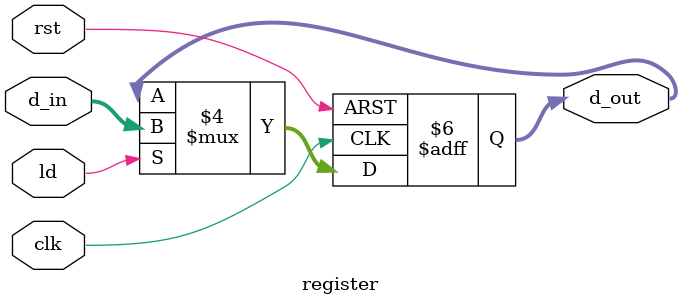
<source format=v>
module register #(parameter WIDTH = 8)(clk, rst, ld, d_in, d_out);
    input [WIDTH-1:0] d_in;
    input rst, ld, clk;
    output reg [WIDTH-1:0] d_out;
    
    always @(posedge clk, posedge rst)
    begin
        if (rst == 1'b1)
            d_out = {WIDTH{1'b0}};
        else if (ld)
            d_out = d_in;
    end
        
endmodule




</source>
